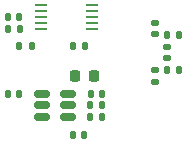
<source format=gbr>
%TF.GenerationSoftware,KiCad,Pcbnew,8.0.1*%
%TF.CreationDate,2024-04-17T01:28:12-04:00*%
%TF.ProjectId,ads1115_board,61647331-3131-4355-9f62-6f6172642e6b,rev?*%
%TF.SameCoordinates,Original*%
%TF.FileFunction,Paste,Top*%
%TF.FilePolarity,Positive*%
%FSLAX46Y46*%
G04 Gerber Fmt 4.6, Leading zero omitted, Abs format (unit mm)*
G04 Created by KiCad (PCBNEW 8.0.1) date 2024-04-17 01:28:12*
%MOMM*%
%LPD*%
G01*
G04 APERTURE LIST*
G04 Aperture macros list*
%AMRoundRect*
0 Rectangle with rounded corners*
0 $1 Rounding radius*
0 $2 $3 $4 $5 $6 $7 $8 $9 X,Y pos of 4 corners*
0 Add a 4 corners polygon primitive as box body*
4,1,4,$2,$3,$4,$5,$6,$7,$8,$9,$2,$3,0*
0 Add four circle primitives for the rounded corners*
1,1,$1+$1,$2,$3*
1,1,$1+$1,$4,$5*
1,1,$1+$1,$6,$7*
1,1,$1+$1,$8,$9*
0 Add four rect primitives between the rounded corners*
20,1,$1+$1,$2,$3,$4,$5,0*
20,1,$1+$1,$4,$5,$6,$7,0*
20,1,$1+$1,$6,$7,$8,$9,0*
20,1,$1+$1,$8,$9,$2,$3,0*%
G04 Aperture macros list end*
%ADD10RoundRect,0.225000X-0.225000X-0.250000X0.225000X-0.250000X0.225000X0.250000X-0.225000X0.250000X0*%
%ADD11RoundRect,0.135000X0.135000X0.185000X-0.135000X0.185000X-0.135000X-0.185000X0.135000X-0.185000X0*%
%ADD12RoundRect,0.140000X0.140000X0.170000X-0.140000X0.170000X-0.140000X-0.170000X0.140000X-0.170000X0*%
%ADD13RoundRect,0.140000X-0.140000X-0.170000X0.140000X-0.170000X0.140000X0.170000X-0.140000X0.170000X0*%
%ADD14RoundRect,0.140000X0.170000X-0.140000X0.170000X0.140000X-0.170000X0.140000X-0.170000X-0.140000X0*%
%ADD15RoundRect,0.135000X-0.135000X-0.185000X0.135000X-0.185000X0.135000X0.185000X-0.135000X0.185000X0*%
%ADD16RoundRect,0.150000X-0.512500X-0.150000X0.512500X-0.150000X0.512500X0.150000X-0.512500X0.150000X0*%
%ADD17R,1.100000X0.250000*%
G04 APERTURE END LIST*
D10*
%TO.C,C4*%
X144225000Y-102000000D03*
X145775000Y-102000000D03*
%TD*%
D11*
%TO.C,R4*%
X153010000Y-98500000D03*
X151990000Y-98500000D03*
%TD*%
%TO.C,R2*%
X146510000Y-105500000D03*
X145490000Y-105500000D03*
%TD*%
D12*
%TO.C,C3*%
X146480000Y-103500000D03*
X145520000Y-103500000D03*
%TD*%
D13*
%TO.C,C1*%
X138520000Y-97000000D03*
X139480000Y-97000000D03*
%TD*%
D11*
%TO.C,R5*%
X140510000Y-99500000D03*
X139490000Y-99500000D03*
%TD*%
%TO.C,R1*%
X146510000Y-104500000D03*
X145490000Y-104500000D03*
%TD*%
D14*
%TO.C,C5*%
X152000000Y-100480000D03*
X152000000Y-99520000D03*
%TD*%
D15*
%TO.C,R6*%
X138490000Y-98000000D03*
X139510000Y-98000000D03*
%TD*%
D14*
%TO.C,C7*%
X151000000Y-102480000D03*
X151000000Y-101520000D03*
%TD*%
D11*
%TO.C,R7*%
X143990000Y-99500000D03*
X145010000Y-99500000D03*
%TD*%
D14*
%TO.C,C6*%
X151000000Y-98480000D03*
X151000000Y-97520000D03*
%TD*%
D13*
%TO.C,C2*%
X144980000Y-107000000D03*
X144020000Y-107000000D03*
%TD*%
D12*
%TO.C,C8*%
X139480000Y-103500000D03*
X138520000Y-103500000D03*
%TD*%
D16*
%TO.C,U2*%
X141362500Y-103550000D03*
X141362500Y-104500000D03*
X141362500Y-105450000D03*
X143637500Y-105450000D03*
X143637500Y-104500000D03*
X143637500Y-103550000D03*
%TD*%
D17*
%TO.C,U1*%
X145650000Y-98000000D03*
X145650000Y-97500000D03*
X145650000Y-97000000D03*
X145650000Y-96500000D03*
X145650000Y-96000000D03*
X141350000Y-96000000D03*
X141350000Y-96500000D03*
X141350000Y-97000000D03*
X141350000Y-97500000D03*
X141350000Y-98000000D03*
%TD*%
D15*
%TO.C,R3*%
X151990000Y-101500000D03*
X153010000Y-101500000D03*
%TD*%
M02*

</source>
